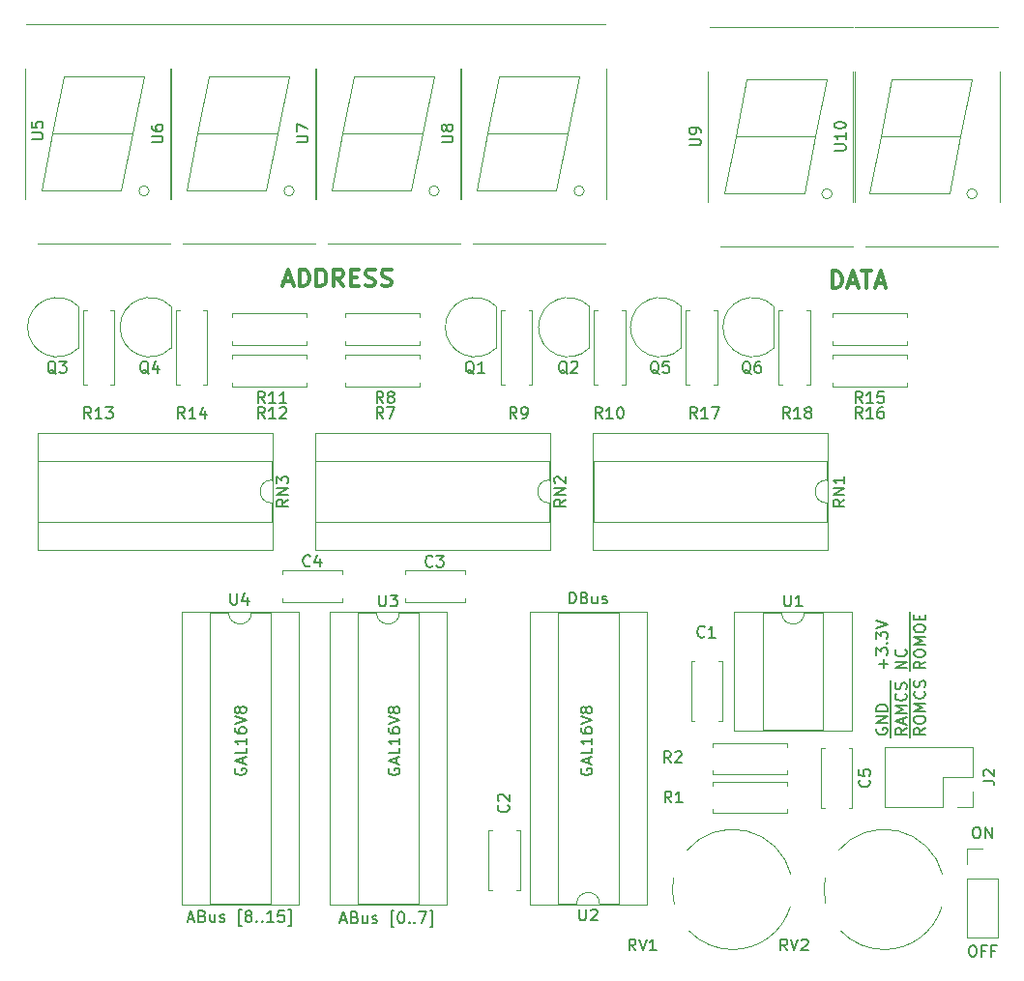
<source format=gto>
G04 #@! TF.GenerationSoftware,KiCad,Pcbnew,(5.1.9)-1*
G04 #@! TF.CreationDate,2022-12-05T11:19:59+00:00*
G04 #@! TF.ProjectId,AT_HEX,41545f48-4558-42e6-9b69-6361645f7063,rev?*
G04 #@! TF.SameCoordinates,Original*
G04 #@! TF.FileFunction,Legend,Top*
G04 #@! TF.FilePolarity,Positive*
%FSLAX46Y46*%
G04 Gerber Fmt 4.6, Leading zero omitted, Abs format (unit mm)*
G04 Created by KiCad (PCBNEW (5.1.9)-1) date 2022-12-05 11:19:59*
%MOMM*%
%LPD*%
G01*
G04 APERTURE LIST*
%ADD10C,0.150000*%
%ADD11C,0.300000*%
%ADD12C,0.120000*%
G04 APERTURE END LIST*
D10*
X218820952Y-108127380D02*
X219011428Y-108127380D01*
X219106666Y-108175000D01*
X219201904Y-108270238D01*
X219249523Y-108460714D01*
X219249523Y-108794047D01*
X219201904Y-108984523D01*
X219106666Y-109079761D01*
X219011428Y-109127380D01*
X218820952Y-109127380D01*
X218725714Y-109079761D01*
X218630476Y-108984523D01*
X218582857Y-108794047D01*
X218582857Y-108460714D01*
X218630476Y-108270238D01*
X218725714Y-108175000D01*
X218820952Y-108127380D01*
X219678095Y-109127380D02*
X219678095Y-108127380D01*
X220249523Y-109127380D01*
X220249523Y-108127380D01*
X218487619Y-118502380D02*
X218678095Y-118502380D01*
X218773333Y-118550000D01*
X218868571Y-118645238D01*
X218916190Y-118835714D01*
X218916190Y-119169047D01*
X218868571Y-119359523D01*
X218773333Y-119454761D01*
X218678095Y-119502380D01*
X218487619Y-119502380D01*
X218392380Y-119454761D01*
X218297142Y-119359523D01*
X218249523Y-119169047D01*
X218249523Y-118835714D01*
X218297142Y-118645238D01*
X218392380Y-118550000D01*
X218487619Y-118502380D01*
X219678095Y-118978571D02*
X219344761Y-118978571D01*
X219344761Y-119502380D02*
X219344761Y-118502380D01*
X219820952Y-118502380D01*
X220535238Y-118978571D02*
X220201904Y-118978571D01*
X220201904Y-119502380D02*
X220201904Y-118502380D01*
X220678095Y-118502380D01*
X210190000Y-99490595D02*
X210142380Y-99585833D01*
X210142380Y-99728690D01*
X210190000Y-99871547D01*
X210285238Y-99966785D01*
X210380476Y-100014404D01*
X210570952Y-100062023D01*
X210713809Y-100062023D01*
X210904285Y-100014404D01*
X210999523Y-99966785D01*
X211094761Y-99871547D01*
X211142380Y-99728690D01*
X211142380Y-99633452D01*
X211094761Y-99490595D01*
X211047142Y-99442976D01*
X210713809Y-99442976D01*
X210713809Y-99633452D01*
X211142380Y-99014404D02*
X210142380Y-99014404D01*
X211142380Y-98442976D01*
X210142380Y-98442976D01*
X211142380Y-97966785D02*
X210142380Y-97966785D01*
X210142380Y-97728690D01*
X210190000Y-97585833D01*
X210285238Y-97490595D01*
X210380476Y-97442976D01*
X210570952Y-97395357D01*
X210713809Y-97395357D01*
X210904285Y-97442976D01*
X210999523Y-97490595D01*
X211094761Y-97585833D01*
X211142380Y-97728690D01*
X211142380Y-97966785D01*
X211425000Y-100252500D02*
X211425000Y-99252500D01*
X212792380Y-99442976D02*
X212316190Y-99776309D01*
X212792380Y-100014404D02*
X211792380Y-100014404D01*
X211792380Y-99633452D01*
X211840000Y-99538214D01*
X211887619Y-99490595D01*
X211982857Y-99442976D01*
X212125714Y-99442976D01*
X212220952Y-99490595D01*
X212268571Y-99538214D01*
X212316190Y-99633452D01*
X212316190Y-100014404D01*
X211425000Y-99252500D02*
X211425000Y-98395357D01*
X212506666Y-99062023D02*
X212506666Y-98585833D01*
X212792380Y-99157261D02*
X211792380Y-98823928D01*
X212792380Y-98490595D01*
X211425000Y-98395357D02*
X211425000Y-97252500D01*
X212792380Y-98157261D02*
X211792380Y-98157261D01*
X212506666Y-97823928D01*
X211792380Y-97490595D01*
X212792380Y-97490595D01*
X211425000Y-97252500D02*
X211425000Y-96252500D01*
X212697142Y-96442976D02*
X212744761Y-96490595D01*
X212792380Y-96633452D01*
X212792380Y-96728690D01*
X212744761Y-96871547D01*
X212649523Y-96966785D01*
X212554285Y-97014404D01*
X212363809Y-97062023D01*
X212220952Y-97062023D01*
X212030476Y-97014404D01*
X211935238Y-96966785D01*
X211840000Y-96871547D01*
X211792380Y-96728690D01*
X211792380Y-96633452D01*
X211840000Y-96490595D01*
X211887619Y-96442976D01*
X211425000Y-96252500D02*
X211425000Y-95300119D01*
X212744761Y-96062023D02*
X212792380Y-95919166D01*
X212792380Y-95681071D01*
X212744761Y-95585833D01*
X212697142Y-95538214D01*
X212601904Y-95490595D01*
X212506666Y-95490595D01*
X212411428Y-95538214D01*
X212363809Y-95585833D01*
X212316190Y-95681071D01*
X212268571Y-95871547D01*
X212220952Y-95966785D01*
X212173333Y-96014404D01*
X212078095Y-96062023D01*
X211982857Y-96062023D01*
X211887619Y-96014404D01*
X211840000Y-95966785D01*
X211792380Y-95871547D01*
X211792380Y-95633452D01*
X211840000Y-95490595D01*
X213075000Y-100252500D02*
X213075000Y-99252500D01*
X214442380Y-99442976D02*
X213966190Y-99776309D01*
X214442380Y-100014404D02*
X213442380Y-100014404D01*
X213442380Y-99633452D01*
X213490000Y-99538214D01*
X213537619Y-99490595D01*
X213632857Y-99442976D01*
X213775714Y-99442976D01*
X213870952Y-99490595D01*
X213918571Y-99538214D01*
X213966190Y-99633452D01*
X213966190Y-100014404D01*
X213075000Y-99252500D02*
X213075000Y-98204880D01*
X213442380Y-98823928D02*
X213442380Y-98633452D01*
X213490000Y-98538214D01*
X213585238Y-98442976D01*
X213775714Y-98395357D01*
X214109047Y-98395357D01*
X214299523Y-98442976D01*
X214394761Y-98538214D01*
X214442380Y-98633452D01*
X214442380Y-98823928D01*
X214394761Y-98919166D01*
X214299523Y-99014404D01*
X214109047Y-99062023D01*
X213775714Y-99062023D01*
X213585238Y-99014404D01*
X213490000Y-98919166D01*
X213442380Y-98823928D01*
X213075000Y-98204880D02*
X213075000Y-97062023D01*
X214442380Y-97966785D02*
X213442380Y-97966785D01*
X214156666Y-97633452D01*
X213442380Y-97300119D01*
X214442380Y-97300119D01*
X213075000Y-97062023D02*
X213075000Y-96062023D01*
X214347142Y-96252500D02*
X214394761Y-96300119D01*
X214442380Y-96442976D01*
X214442380Y-96538214D01*
X214394761Y-96681071D01*
X214299523Y-96776309D01*
X214204285Y-96823928D01*
X214013809Y-96871547D01*
X213870952Y-96871547D01*
X213680476Y-96823928D01*
X213585238Y-96776309D01*
X213490000Y-96681071D01*
X213442380Y-96538214D01*
X213442380Y-96442976D01*
X213490000Y-96300119D01*
X213537619Y-96252500D01*
X213075000Y-96062023D02*
X213075000Y-95109642D01*
X214394761Y-95871547D02*
X214442380Y-95728690D01*
X214442380Y-95490595D01*
X214394761Y-95395357D01*
X214347142Y-95347738D01*
X214251904Y-95300119D01*
X214156666Y-95300119D01*
X214061428Y-95347738D01*
X214013809Y-95395357D01*
X213966190Y-95490595D01*
X213918571Y-95681071D01*
X213870952Y-95776309D01*
X213823333Y-95823928D01*
X213728095Y-95871547D01*
X213632857Y-95871547D01*
X213537619Y-95823928D01*
X213490000Y-95776309D01*
X213442380Y-95681071D01*
X213442380Y-95442976D01*
X213490000Y-95300119D01*
X163243571Y-116266666D02*
X163719761Y-116266666D01*
X163148333Y-116552380D02*
X163481666Y-115552380D01*
X163815000Y-116552380D01*
X164481666Y-116028571D02*
X164624523Y-116076190D01*
X164672142Y-116123809D01*
X164719761Y-116219047D01*
X164719761Y-116361904D01*
X164672142Y-116457142D01*
X164624523Y-116504761D01*
X164529285Y-116552380D01*
X164148333Y-116552380D01*
X164148333Y-115552380D01*
X164481666Y-115552380D01*
X164576904Y-115600000D01*
X164624523Y-115647619D01*
X164672142Y-115742857D01*
X164672142Y-115838095D01*
X164624523Y-115933333D01*
X164576904Y-115980952D01*
X164481666Y-116028571D01*
X164148333Y-116028571D01*
X165576904Y-115885714D02*
X165576904Y-116552380D01*
X165148333Y-115885714D02*
X165148333Y-116409523D01*
X165195952Y-116504761D01*
X165291190Y-116552380D01*
X165434047Y-116552380D01*
X165529285Y-116504761D01*
X165576904Y-116457142D01*
X166005476Y-116504761D02*
X166100714Y-116552380D01*
X166291190Y-116552380D01*
X166386428Y-116504761D01*
X166434047Y-116409523D01*
X166434047Y-116361904D01*
X166386428Y-116266666D01*
X166291190Y-116219047D01*
X166148333Y-116219047D01*
X166053095Y-116171428D01*
X166005476Y-116076190D01*
X166005476Y-116028571D01*
X166053095Y-115933333D01*
X166148333Y-115885714D01*
X166291190Y-115885714D01*
X166386428Y-115933333D01*
X167910238Y-116885714D02*
X167672142Y-116885714D01*
X167672142Y-115457142D01*
X167910238Y-115457142D01*
X168481666Y-115552380D02*
X168576904Y-115552380D01*
X168672142Y-115600000D01*
X168719761Y-115647619D01*
X168767380Y-115742857D01*
X168815000Y-115933333D01*
X168815000Y-116171428D01*
X168767380Y-116361904D01*
X168719761Y-116457142D01*
X168672142Y-116504761D01*
X168576904Y-116552380D01*
X168481666Y-116552380D01*
X168386428Y-116504761D01*
X168338809Y-116457142D01*
X168291190Y-116361904D01*
X168243571Y-116171428D01*
X168243571Y-115933333D01*
X168291190Y-115742857D01*
X168338809Y-115647619D01*
X168386428Y-115600000D01*
X168481666Y-115552380D01*
X169243571Y-116457142D02*
X169291190Y-116504761D01*
X169243571Y-116552380D01*
X169195952Y-116504761D01*
X169243571Y-116457142D01*
X169243571Y-116552380D01*
X169719761Y-116457142D02*
X169767380Y-116504761D01*
X169719761Y-116552380D01*
X169672142Y-116504761D01*
X169719761Y-116457142D01*
X169719761Y-116552380D01*
X170100714Y-115552380D02*
X170767380Y-115552380D01*
X170338809Y-116552380D01*
X171053095Y-116885714D02*
X171291190Y-116885714D01*
X171291190Y-115457142D01*
X171053095Y-115457142D01*
X149892380Y-116166666D02*
X150368571Y-116166666D01*
X149797142Y-116452380D02*
X150130476Y-115452380D01*
X150463809Y-116452380D01*
X151130476Y-115928571D02*
X151273333Y-115976190D01*
X151320952Y-116023809D01*
X151368571Y-116119047D01*
X151368571Y-116261904D01*
X151320952Y-116357142D01*
X151273333Y-116404761D01*
X151178095Y-116452380D01*
X150797142Y-116452380D01*
X150797142Y-115452380D01*
X151130476Y-115452380D01*
X151225714Y-115500000D01*
X151273333Y-115547619D01*
X151320952Y-115642857D01*
X151320952Y-115738095D01*
X151273333Y-115833333D01*
X151225714Y-115880952D01*
X151130476Y-115928571D01*
X150797142Y-115928571D01*
X152225714Y-115785714D02*
X152225714Y-116452380D01*
X151797142Y-115785714D02*
X151797142Y-116309523D01*
X151844761Y-116404761D01*
X151940000Y-116452380D01*
X152082857Y-116452380D01*
X152178095Y-116404761D01*
X152225714Y-116357142D01*
X152654285Y-116404761D02*
X152749523Y-116452380D01*
X152940000Y-116452380D01*
X153035238Y-116404761D01*
X153082857Y-116309523D01*
X153082857Y-116261904D01*
X153035238Y-116166666D01*
X152940000Y-116119047D01*
X152797142Y-116119047D01*
X152701904Y-116071428D01*
X152654285Y-115976190D01*
X152654285Y-115928571D01*
X152701904Y-115833333D01*
X152797142Y-115785714D01*
X152940000Y-115785714D01*
X153035238Y-115833333D01*
X154559047Y-116785714D02*
X154320952Y-116785714D01*
X154320952Y-115357142D01*
X154559047Y-115357142D01*
X155082857Y-115880952D02*
X154987619Y-115833333D01*
X154940000Y-115785714D01*
X154892380Y-115690476D01*
X154892380Y-115642857D01*
X154940000Y-115547619D01*
X154987619Y-115500000D01*
X155082857Y-115452380D01*
X155273333Y-115452380D01*
X155368571Y-115500000D01*
X155416190Y-115547619D01*
X155463809Y-115642857D01*
X155463809Y-115690476D01*
X155416190Y-115785714D01*
X155368571Y-115833333D01*
X155273333Y-115880952D01*
X155082857Y-115880952D01*
X154987619Y-115928571D01*
X154940000Y-115976190D01*
X154892380Y-116071428D01*
X154892380Y-116261904D01*
X154940000Y-116357142D01*
X154987619Y-116404761D01*
X155082857Y-116452380D01*
X155273333Y-116452380D01*
X155368571Y-116404761D01*
X155416190Y-116357142D01*
X155463809Y-116261904D01*
X155463809Y-116071428D01*
X155416190Y-115976190D01*
X155368571Y-115928571D01*
X155273333Y-115880952D01*
X155892380Y-116357142D02*
X155940000Y-116404761D01*
X155892380Y-116452380D01*
X155844761Y-116404761D01*
X155892380Y-116357142D01*
X155892380Y-116452380D01*
X156368571Y-116357142D02*
X156416190Y-116404761D01*
X156368571Y-116452380D01*
X156320952Y-116404761D01*
X156368571Y-116357142D01*
X156368571Y-116452380D01*
X157368571Y-116452380D02*
X156797142Y-116452380D01*
X157082857Y-116452380D02*
X157082857Y-115452380D01*
X156987619Y-115595238D01*
X156892380Y-115690476D01*
X156797142Y-115738095D01*
X158273333Y-115452380D02*
X157797142Y-115452380D01*
X157749523Y-115928571D01*
X157797142Y-115880952D01*
X157892380Y-115833333D01*
X158130476Y-115833333D01*
X158225714Y-115880952D01*
X158273333Y-115928571D01*
X158320952Y-116023809D01*
X158320952Y-116261904D01*
X158273333Y-116357142D01*
X158225714Y-116404761D01*
X158130476Y-116452380D01*
X157892380Y-116452380D01*
X157797142Y-116404761D01*
X157749523Y-116357142D01*
X158654285Y-116785714D02*
X158892380Y-116785714D01*
X158892380Y-115357142D01*
X158654285Y-115357142D01*
X183270952Y-88552380D02*
X183270952Y-87552380D01*
X183509047Y-87552380D01*
X183651904Y-87600000D01*
X183747142Y-87695238D01*
X183794761Y-87790476D01*
X183842380Y-87980952D01*
X183842380Y-88123809D01*
X183794761Y-88314285D01*
X183747142Y-88409523D01*
X183651904Y-88504761D01*
X183509047Y-88552380D01*
X183270952Y-88552380D01*
X184604285Y-88028571D02*
X184747142Y-88076190D01*
X184794761Y-88123809D01*
X184842380Y-88219047D01*
X184842380Y-88361904D01*
X184794761Y-88457142D01*
X184747142Y-88504761D01*
X184651904Y-88552380D01*
X184270952Y-88552380D01*
X184270952Y-87552380D01*
X184604285Y-87552380D01*
X184699523Y-87600000D01*
X184747142Y-87647619D01*
X184794761Y-87742857D01*
X184794761Y-87838095D01*
X184747142Y-87933333D01*
X184699523Y-87980952D01*
X184604285Y-88028571D01*
X184270952Y-88028571D01*
X185699523Y-87885714D02*
X185699523Y-88552380D01*
X185270952Y-87885714D02*
X185270952Y-88409523D01*
X185318571Y-88504761D01*
X185413809Y-88552380D01*
X185556666Y-88552380D01*
X185651904Y-88504761D01*
X185699523Y-88457142D01*
X186128095Y-88504761D02*
X186223333Y-88552380D01*
X186413809Y-88552380D01*
X186509047Y-88504761D01*
X186556666Y-88409523D01*
X186556666Y-88361904D01*
X186509047Y-88266666D01*
X186413809Y-88219047D01*
X186270952Y-88219047D01*
X186175714Y-88171428D01*
X186128095Y-88076190D01*
X186128095Y-88028571D01*
X186175714Y-87933333D01*
X186270952Y-87885714D01*
X186413809Y-87885714D01*
X186509047Y-87933333D01*
X184315000Y-103003571D02*
X184267380Y-103098809D01*
X184267380Y-103241666D01*
X184315000Y-103384523D01*
X184410238Y-103479761D01*
X184505476Y-103527380D01*
X184695952Y-103575000D01*
X184838809Y-103575000D01*
X185029285Y-103527380D01*
X185124523Y-103479761D01*
X185219761Y-103384523D01*
X185267380Y-103241666D01*
X185267380Y-103146428D01*
X185219761Y-103003571D01*
X185172142Y-102955952D01*
X184838809Y-102955952D01*
X184838809Y-103146428D01*
X184981666Y-102575000D02*
X184981666Y-102098809D01*
X185267380Y-102670238D02*
X184267380Y-102336904D01*
X185267380Y-102003571D01*
X185267380Y-101194047D02*
X185267380Y-101670238D01*
X184267380Y-101670238D01*
X185267380Y-100336904D02*
X185267380Y-100908333D01*
X185267380Y-100622619D02*
X184267380Y-100622619D01*
X184410238Y-100717857D01*
X184505476Y-100813095D01*
X184553095Y-100908333D01*
X184267380Y-99479761D02*
X184267380Y-99670238D01*
X184315000Y-99765476D01*
X184362619Y-99813095D01*
X184505476Y-99908333D01*
X184695952Y-99955952D01*
X185076904Y-99955952D01*
X185172142Y-99908333D01*
X185219761Y-99860714D01*
X185267380Y-99765476D01*
X185267380Y-99575000D01*
X185219761Y-99479761D01*
X185172142Y-99432142D01*
X185076904Y-99384523D01*
X184838809Y-99384523D01*
X184743571Y-99432142D01*
X184695952Y-99479761D01*
X184648333Y-99575000D01*
X184648333Y-99765476D01*
X184695952Y-99860714D01*
X184743571Y-99908333D01*
X184838809Y-99955952D01*
X184267380Y-99098809D02*
X185267380Y-98765476D01*
X184267380Y-98432142D01*
X184695952Y-97955952D02*
X184648333Y-98051190D01*
X184600714Y-98098809D01*
X184505476Y-98146428D01*
X184457857Y-98146428D01*
X184362619Y-98098809D01*
X184315000Y-98051190D01*
X184267380Y-97955952D01*
X184267380Y-97765476D01*
X184315000Y-97670238D01*
X184362619Y-97622619D01*
X184457857Y-97575000D01*
X184505476Y-97575000D01*
X184600714Y-97622619D01*
X184648333Y-97670238D01*
X184695952Y-97765476D01*
X184695952Y-97955952D01*
X184743571Y-98051190D01*
X184791190Y-98098809D01*
X184886428Y-98146428D01*
X185076904Y-98146428D01*
X185172142Y-98098809D01*
X185219761Y-98051190D01*
X185267380Y-97955952D01*
X185267380Y-97765476D01*
X185219761Y-97670238D01*
X185172142Y-97622619D01*
X185076904Y-97575000D01*
X184886428Y-97575000D01*
X184791190Y-97622619D01*
X184743571Y-97670238D01*
X184695952Y-97765476D01*
X167465000Y-103003571D02*
X167417380Y-103098809D01*
X167417380Y-103241666D01*
X167465000Y-103384523D01*
X167560238Y-103479761D01*
X167655476Y-103527380D01*
X167845952Y-103575000D01*
X167988809Y-103575000D01*
X168179285Y-103527380D01*
X168274523Y-103479761D01*
X168369761Y-103384523D01*
X168417380Y-103241666D01*
X168417380Y-103146428D01*
X168369761Y-103003571D01*
X168322142Y-102955952D01*
X167988809Y-102955952D01*
X167988809Y-103146428D01*
X168131666Y-102575000D02*
X168131666Y-102098809D01*
X168417380Y-102670238D02*
X167417380Y-102336904D01*
X168417380Y-102003571D01*
X168417380Y-101194047D02*
X168417380Y-101670238D01*
X167417380Y-101670238D01*
X168417380Y-100336904D02*
X168417380Y-100908333D01*
X168417380Y-100622619D02*
X167417380Y-100622619D01*
X167560238Y-100717857D01*
X167655476Y-100813095D01*
X167703095Y-100908333D01*
X167417380Y-99479761D02*
X167417380Y-99670238D01*
X167465000Y-99765476D01*
X167512619Y-99813095D01*
X167655476Y-99908333D01*
X167845952Y-99955952D01*
X168226904Y-99955952D01*
X168322142Y-99908333D01*
X168369761Y-99860714D01*
X168417380Y-99765476D01*
X168417380Y-99575000D01*
X168369761Y-99479761D01*
X168322142Y-99432142D01*
X168226904Y-99384523D01*
X167988809Y-99384523D01*
X167893571Y-99432142D01*
X167845952Y-99479761D01*
X167798333Y-99575000D01*
X167798333Y-99765476D01*
X167845952Y-99860714D01*
X167893571Y-99908333D01*
X167988809Y-99955952D01*
X167417380Y-99098809D02*
X168417380Y-98765476D01*
X167417380Y-98432142D01*
X167845952Y-97955952D02*
X167798333Y-98051190D01*
X167750714Y-98098809D01*
X167655476Y-98146428D01*
X167607857Y-98146428D01*
X167512619Y-98098809D01*
X167465000Y-98051190D01*
X167417380Y-97955952D01*
X167417380Y-97765476D01*
X167465000Y-97670238D01*
X167512619Y-97622619D01*
X167607857Y-97575000D01*
X167655476Y-97575000D01*
X167750714Y-97622619D01*
X167798333Y-97670238D01*
X167845952Y-97765476D01*
X167845952Y-97955952D01*
X167893571Y-98051190D01*
X167941190Y-98098809D01*
X168036428Y-98146428D01*
X168226904Y-98146428D01*
X168322142Y-98098809D01*
X168369761Y-98051190D01*
X168417380Y-97955952D01*
X168417380Y-97765476D01*
X168369761Y-97670238D01*
X168322142Y-97622619D01*
X168226904Y-97575000D01*
X168036428Y-97575000D01*
X167941190Y-97622619D01*
X167893571Y-97670238D01*
X167845952Y-97765476D01*
X210761428Y-94214404D02*
X210761428Y-93452500D01*
X211142380Y-93833452D02*
X210380476Y-93833452D01*
X210142380Y-93071547D02*
X210142380Y-92452500D01*
X210523333Y-92785833D01*
X210523333Y-92642976D01*
X210570952Y-92547738D01*
X210618571Y-92500119D01*
X210713809Y-92452500D01*
X210951904Y-92452500D01*
X211047142Y-92500119D01*
X211094761Y-92547738D01*
X211142380Y-92642976D01*
X211142380Y-92928690D01*
X211094761Y-93023928D01*
X211047142Y-93071547D01*
X211047142Y-92023928D02*
X211094761Y-91976309D01*
X211142380Y-92023928D01*
X211094761Y-92071547D01*
X211047142Y-92023928D01*
X211142380Y-92023928D01*
X210142380Y-91642976D02*
X210142380Y-91023928D01*
X210523333Y-91357261D01*
X210523333Y-91214404D01*
X210570952Y-91119166D01*
X210618571Y-91071547D01*
X210713809Y-91023928D01*
X210951904Y-91023928D01*
X211047142Y-91071547D01*
X211094761Y-91119166D01*
X211142380Y-91214404D01*
X211142380Y-91500119D01*
X211094761Y-91595357D01*
X211047142Y-91642976D01*
X210142380Y-90738214D02*
X211142380Y-90404880D01*
X210142380Y-90071547D01*
X212792380Y-94214404D02*
X211792380Y-94214404D01*
X212792380Y-93642976D01*
X211792380Y-93642976D01*
X212697142Y-92595357D02*
X212744761Y-92642976D01*
X212792380Y-92785833D01*
X212792380Y-92881071D01*
X212744761Y-93023928D01*
X212649523Y-93119166D01*
X212554285Y-93166785D01*
X212363809Y-93214404D01*
X212220952Y-93214404D01*
X212030476Y-93166785D01*
X211935238Y-93119166D01*
X211840000Y-93023928D01*
X211792380Y-92881071D01*
X211792380Y-92785833D01*
X211840000Y-92642976D01*
X211887619Y-92595357D01*
X213075000Y-94452500D02*
X213075000Y-93452500D01*
X214442380Y-93642976D02*
X213966190Y-93976309D01*
X214442380Y-94214404D02*
X213442380Y-94214404D01*
X213442380Y-93833452D01*
X213490000Y-93738214D01*
X213537619Y-93690595D01*
X213632857Y-93642976D01*
X213775714Y-93642976D01*
X213870952Y-93690595D01*
X213918571Y-93738214D01*
X213966190Y-93833452D01*
X213966190Y-94214404D01*
X213075000Y-93452500D02*
X213075000Y-92404880D01*
X213442380Y-93023928D02*
X213442380Y-92833452D01*
X213490000Y-92738214D01*
X213585238Y-92642976D01*
X213775714Y-92595357D01*
X214109047Y-92595357D01*
X214299523Y-92642976D01*
X214394761Y-92738214D01*
X214442380Y-92833452D01*
X214442380Y-93023928D01*
X214394761Y-93119166D01*
X214299523Y-93214404D01*
X214109047Y-93262023D01*
X213775714Y-93262023D01*
X213585238Y-93214404D01*
X213490000Y-93119166D01*
X213442380Y-93023928D01*
X213075000Y-92404880D02*
X213075000Y-91262023D01*
X214442380Y-92166785D02*
X213442380Y-92166785D01*
X214156666Y-91833452D01*
X213442380Y-91500119D01*
X214442380Y-91500119D01*
X213075000Y-91262023D02*
X213075000Y-90214404D01*
X213442380Y-90833452D02*
X213442380Y-90642976D01*
X213490000Y-90547738D01*
X213585238Y-90452500D01*
X213775714Y-90404880D01*
X214109047Y-90404880D01*
X214299523Y-90452500D01*
X214394761Y-90547738D01*
X214442380Y-90642976D01*
X214442380Y-90833452D01*
X214394761Y-90928690D01*
X214299523Y-91023928D01*
X214109047Y-91071547D01*
X213775714Y-91071547D01*
X213585238Y-91023928D01*
X213490000Y-90928690D01*
X213442380Y-90833452D01*
X213075000Y-90214404D02*
X213075000Y-89309642D01*
X213918571Y-89976309D02*
X213918571Y-89642976D01*
X214442380Y-89500119D02*
X214442380Y-89976309D01*
X213442380Y-89976309D01*
X213442380Y-89500119D01*
X154015000Y-103003571D02*
X153967380Y-103098809D01*
X153967380Y-103241666D01*
X154015000Y-103384523D01*
X154110238Y-103479761D01*
X154205476Y-103527380D01*
X154395952Y-103575000D01*
X154538809Y-103575000D01*
X154729285Y-103527380D01*
X154824523Y-103479761D01*
X154919761Y-103384523D01*
X154967380Y-103241666D01*
X154967380Y-103146428D01*
X154919761Y-103003571D01*
X154872142Y-102955952D01*
X154538809Y-102955952D01*
X154538809Y-103146428D01*
X154681666Y-102575000D02*
X154681666Y-102098809D01*
X154967380Y-102670238D02*
X153967380Y-102336904D01*
X154967380Y-102003571D01*
X154967380Y-101194047D02*
X154967380Y-101670238D01*
X153967380Y-101670238D01*
X154967380Y-100336904D02*
X154967380Y-100908333D01*
X154967380Y-100622619D02*
X153967380Y-100622619D01*
X154110238Y-100717857D01*
X154205476Y-100813095D01*
X154253095Y-100908333D01*
X153967380Y-99479761D02*
X153967380Y-99670238D01*
X154015000Y-99765476D01*
X154062619Y-99813095D01*
X154205476Y-99908333D01*
X154395952Y-99955952D01*
X154776904Y-99955952D01*
X154872142Y-99908333D01*
X154919761Y-99860714D01*
X154967380Y-99765476D01*
X154967380Y-99575000D01*
X154919761Y-99479761D01*
X154872142Y-99432142D01*
X154776904Y-99384523D01*
X154538809Y-99384523D01*
X154443571Y-99432142D01*
X154395952Y-99479761D01*
X154348333Y-99575000D01*
X154348333Y-99765476D01*
X154395952Y-99860714D01*
X154443571Y-99908333D01*
X154538809Y-99955952D01*
X153967380Y-99098809D02*
X154967380Y-98765476D01*
X153967380Y-98432142D01*
X154395952Y-97955952D02*
X154348333Y-98051190D01*
X154300714Y-98098809D01*
X154205476Y-98146428D01*
X154157857Y-98146428D01*
X154062619Y-98098809D01*
X154015000Y-98051190D01*
X153967380Y-97955952D01*
X153967380Y-97765476D01*
X154015000Y-97670238D01*
X154062619Y-97622619D01*
X154157857Y-97575000D01*
X154205476Y-97575000D01*
X154300714Y-97622619D01*
X154348333Y-97670238D01*
X154395952Y-97765476D01*
X154395952Y-97955952D01*
X154443571Y-98051190D01*
X154491190Y-98098809D01*
X154586428Y-98146428D01*
X154776904Y-98146428D01*
X154872142Y-98098809D01*
X154919761Y-98051190D01*
X154967380Y-97955952D01*
X154967380Y-97765476D01*
X154919761Y-97670238D01*
X154872142Y-97622619D01*
X154776904Y-97575000D01*
X154586428Y-97575000D01*
X154491190Y-97622619D01*
X154443571Y-97670238D01*
X154395952Y-97765476D01*
D11*
X206290000Y-60928571D02*
X206290000Y-59428571D01*
X206647142Y-59428571D01*
X206861428Y-59500000D01*
X207004285Y-59642857D01*
X207075714Y-59785714D01*
X207147142Y-60071428D01*
X207147142Y-60285714D01*
X207075714Y-60571428D01*
X207004285Y-60714285D01*
X206861428Y-60857142D01*
X206647142Y-60928571D01*
X206290000Y-60928571D01*
X207718571Y-60500000D02*
X208432857Y-60500000D01*
X207575714Y-60928571D02*
X208075714Y-59428571D01*
X208575714Y-60928571D01*
X208861428Y-59428571D02*
X209718571Y-59428571D01*
X209290000Y-60928571D02*
X209290000Y-59428571D01*
X210147142Y-60500000D02*
X210861428Y-60500000D01*
X210004285Y-60928571D02*
X210504285Y-59428571D01*
X211004285Y-60928571D01*
X158261714Y-60342000D02*
X158976000Y-60342000D01*
X158118857Y-60770571D02*
X158618857Y-59270571D01*
X159118857Y-60770571D01*
X159618857Y-60770571D02*
X159618857Y-59270571D01*
X159976000Y-59270571D01*
X160190285Y-59342000D01*
X160333142Y-59484857D01*
X160404571Y-59627714D01*
X160476000Y-59913428D01*
X160476000Y-60127714D01*
X160404571Y-60413428D01*
X160333142Y-60556285D01*
X160190285Y-60699142D01*
X159976000Y-60770571D01*
X159618857Y-60770571D01*
X161118857Y-60770571D02*
X161118857Y-59270571D01*
X161476000Y-59270571D01*
X161690285Y-59342000D01*
X161833142Y-59484857D01*
X161904571Y-59627714D01*
X161976000Y-59913428D01*
X161976000Y-60127714D01*
X161904571Y-60413428D01*
X161833142Y-60556285D01*
X161690285Y-60699142D01*
X161476000Y-60770571D01*
X161118857Y-60770571D01*
X163476000Y-60770571D02*
X162976000Y-60056285D01*
X162618857Y-60770571D02*
X162618857Y-59270571D01*
X163190285Y-59270571D01*
X163333142Y-59342000D01*
X163404571Y-59413428D01*
X163476000Y-59556285D01*
X163476000Y-59770571D01*
X163404571Y-59913428D01*
X163333142Y-59984857D01*
X163190285Y-60056285D01*
X162618857Y-60056285D01*
X164118857Y-59984857D02*
X164618857Y-59984857D01*
X164833142Y-60770571D02*
X164118857Y-60770571D01*
X164118857Y-59270571D01*
X164833142Y-59270571D01*
X165404571Y-60699142D02*
X165618857Y-60770571D01*
X165976000Y-60770571D01*
X166118857Y-60699142D01*
X166190285Y-60627714D01*
X166261714Y-60484857D01*
X166261714Y-60342000D01*
X166190285Y-60199142D01*
X166118857Y-60127714D01*
X165976000Y-60056285D01*
X165690285Y-59984857D01*
X165547428Y-59913428D01*
X165476000Y-59842000D01*
X165404571Y-59699142D01*
X165404571Y-59556285D01*
X165476000Y-59413428D01*
X165547428Y-59342000D01*
X165690285Y-59270571D01*
X166047428Y-59270571D01*
X166261714Y-59342000D01*
X166833142Y-60699142D02*
X167047428Y-60770571D01*
X167404571Y-60770571D01*
X167547428Y-60699142D01*
X167618857Y-60627714D01*
X167690285Y-60484857D01*
X167690285Y-60342000D01*
X167618857Y-60199142D01*
X167547428Y-60127714D01*
X167404571Y-60056285D01*
X167118857Y-59984857D01*
X166976000Y-59913428D01*
X166904571Y-59842000D01*
X166833142Y-59699142D01*
X166833142Y-59556285D01*
X166904571Y-59413428D01*
X166976000Y-59342000D01*
X167118857Y-59270571D01*
X167476000Y-59270571D01*
X167690285Y-59342000D01*
D12*
X168895000Y-85995000D02*
X168895000Y-85680000D01*
X168895000Y-88420000D02*
X168895000Y-88105000D01*
X174135000Y-85995000D02*
X174135000Y-85680000D01*
X174135000Y-88420000D02*
X174135000Y-88105000D01*
X174135000Y-85680000D02*
X168895000Y-85680000D01*
X174135000Y-88420000D02*
X168895000Y-88420000D01*
X158122000Y-85680000D02*
X163362000Y-85680000D01*
X158122000Y-88420000D02*
X163362000Y-88420000D01*
X158122000Y-85680000D02*
X158122000Y-85995000D01*
X158122000Y-88105000D02*
X158122000Y-88420000D01*
X163362000Y-85680000D02*
X163362000Y-85995000D01*
X163362000Y-88105000D02*
X163362000Y-88420000D01*
X178620000Y-108405000D02*
X178935000Y-108405000D01*
X176195000Y-108405000D02*
X176510000Y-108405000D01*
X178620000Y-113645000D02*
X178935000Y-113645000D01*
X176195000Y-113645000D02*
X176510000Y-113645000D01*
X178935000Y-113645000D02*
X178935000Y-108405000D01*
X176195000Y-113645000D02*
X176195000Y-108405000D01*
X218965214Y-52662000D02*
G75*
G03*
X218965214Y-52662000I-447214J0D01*
G01*
X211518000Y-42662000D02*
X218518000Y-42662000D01*
X217518000Y-47662000D02*
X210518000Y-47662000D01*
X218518000Y-42662000D02*
X217518000Y-47662000D01*
X216518000Y-52662000D02*
X217518000Y-47662000D01*
X209518000Y-52662000D02*
X216518000Y-52662000D01*
X210518000Y-47662000D02*
X209518000Y-52662000D01*
X211518000Y-42662000D02*
X210518000Y-47662000D01*
X220818000Y-38027000D02*
X208218000Y-38027000D01*
X209218000Y-57297000D02*
X220818000Y-57297000D01*
X220928000Y-53377000D02*
X220928000Y-41947000D01*
X208108000Y-53377000D02*
X208108000Y-41947000D01*
X193920000Y-98870000D02*
X193920000Y-93630000D01*
X196660000Y-98870000D02*
X196660000Y-93630000D01*
X193920000Y-98870000D02*
X194235000Y-98870000D01*
X196345000Y-98870000D02*
X196660000Y-98870000D01*
X193920000Y-93630000D02*
X194235000Y-93630000D01*
X196345000Y-93630000D02*
X196660000Y-93630000D01*
X176856000Y-66150000D02*
X176856000Y-62550000D01*
X176844478Y-62511522D02*
G75*
G03*
X172406000Y-64350000I-1838478J-1838478D01*
G01*
X176844478Y-66188478D02*
G75*
G02*
X172406000Y-64350000I-1838478J1838478D01*
G01*
X185016000Y-66150000D02*
X185016000Y-62550000D01*
X185004478Y-66188478D02*
G75*
G02*
X180566000Y-64350000I-1838478J1838478D01*
G01*
X185004478Y-62511522D02*
G75*
G03*
X180566000Y-64350000I-1838478J-1838478D01*
G01*
X202370000Y-106895000D02*
X202370000Y-106565000D01*
X195830000Y-106895000D02*
X202370000Y-106895000D01*
X195830000Y-106565000D02*
X195830000Y-106895000D01*
X202370000Y-104155000D02*
X202370000Y-104485000D01*
X195830000Y-104155000D02*
X202370000Y-104155000D01*
X195830000Y-104485000D02*
X195830000Y-104155000D01*
X195830000Y-101110000D02*
X195830000Y-100780000D01*
X195830000Y-100780000D02*
X202370000Y-100780000D01*
X202370000Y-100780000D02*
X202370000Y-101110000D01*
X195830000Y-103190000D02*
X195830000Y-103520000D01*
X195830000Y-103520000D02*
X202370000Y-103520000D01*
X202370000Y-103520000D02*
X202370000Y-103190000D01*
X187846000Y-62830000D02*
X188176000Y-62830000D01*
X188176000Y-62830000D02*
X188176000Y-69370000D01*
X188176000Y-69370000D02*
X187846000Y-69370000D01*
X185766000Y-62830000D02*
X185436000Y-62830000D01*
X185436000Y-62830000D02*
X185436000Y-69370000D01*
X185436000Y-69370000D02*
X185766000Y-69370000D01*
X153702000Y-63150000D02*
X153702000Y-63480000D01*
X160242000Y-63150000D02*
X153702000Y-63150000D01*
X160242000Y-63480000D02*
X160242000Y-63150000D01*
X153702000Y-65890000D02*
X153702000Y-65560000D01*
X160242000Y-65890000D02*
X153702000Y-65890000D01*
X160242000Y-65560000D02*
X160242000Y-65890000D01*
X185912000Y-114868000D02*
X187562000Y-114868000D01*
X187562000Y-114868000D02*
X187562000Y-89348000D01*
X187562000Y-89348000D02*
X182262000Y-89348000D01*
X182262000Y-89348000D02*
X182262000Y-114868000D01*
X182262000Y-114868000D02*
X183912000Y-114868000D01*
X190052000Y-114928000D02*
X190052000Y-89288000D01*
X190052000Y-89288000D02*
X179772000Y-89288000D01*
X179772000Y-89288000D02*
X179772000Y-114928000D01*
X179772000Y-114928000D02*
X190052000Y-114928000D01*
X183912000Y-114868000D02*
G75*
G02*
X185912000Y-114868000I1000000J0D01*
G01*
X201850000Y-89348000D02*
X200200000Y-89348000D01*
X200200000Y-89348000D02*
X200200000Y-99628000D01*
X200200000Y-99628000D02*
X205500000Y-99628000D01*
X205500000Y-99628000D02*
X205500000Y-89348000D01*
X205500000Y-89348000D02*
X203850000Y-89348000D01*
X197710000Y-89288000D02*
X197710000Y-99688000D01*
X197710000Y-99688000D02*
X207990000Y-99688000D01*
X207990000Y-99688000D02*
X207990000Y-89288000D01*
X207990000Y-89288000D02*
X197710000Y-89288000D01*
X203850000Y-89348000D02*
G75*
G02*
X201850000Y-89348000I-1000000J0D01*
G01*
X140274000Y-66150000D02*
X140274000Y-62550000D01*
X140262478Y-62511522D02*
G75*
G03*
X135824000Y-64350000I-1838478J-1838478D01*
G01*
X140262478Y-66188478D02*
G75*
G02*
X135824000Y-64350000I-1838478J1838478D01*
G01*
X148379333Y-66150000D02*
X148379333Y-62550000D01*
X148367811Y-66188478D02*
G75*
G02*
X143929333Y-64350000I-1838478J1838478D01*
G01*
X148367811Y-62511522D02*
G75*
G03*
X143929333Y-64350000I-1838478J-1838478D01*
G01*
X193060666Y-66150000D02*
X193060666Y-62550000D01*
X193049144Y-66188478D02*
G75*
G02*
X188610666Y-64350000I-1838478J1838478D01*
G01*
X193049144Y-62511522D02*
G75*
G03*
X188610666Y-64350000I-1838478J-1838478D01*
G01*
X201166000Y-66150000D02*
X201166000Y-62550000D01*
X201154478Y-62511522D02*
G75*
G03*
X196716000Y-64350000I-1838478J-1838478D01*
G01*
X201154478Y-66188478D02*
G75*
G02*
X196716000Y-64350000I-1838478J1838478D01*
G01*
X153702000Y-66790000D02*
X153702000Y-67120000D01*
X160242000Y-66790000D02*
X153702000Y-66790000D01*
X160242000Y-67120000D02*
X160242000Y-66790000D01*
X153702000Y-69530000D02*
X153702000Y-69200000D01*
X160242000Y-69530000D02*
X153702000Y-69530000D01*
X160242000Y-69200000D02*
X160242000Y-69530000D01*
X140694000Y-69370000D02*
X141024000Y-69370000D01*
X140694000Y-62830000D02*
X140694000Y-69370000D01*
X141024000Y-62830000D02*
X140694000Y-62830000D01*
X143434000Y-69370000D02*
X143104000Y-69370000D01*
X143434000Y-62830000D02*
X143434000Y-69370000D01*
X143104000Y-62830000D02*
X143434000Y-62830000D01*
X151209333Y-62830000D02*
X151539333Y-62830000D01*
X151539333Y-62830000D02*
X151539333Y-69370000D01*
X151539333Y-69370000D02*
X151209333Y-69370000D01*
X149129333Y-62830000D02*
X148799333Y-62830000D01*
X148799333Y-62830000D02*
X148799333Y-69370000D01*
X148799333Y-69370000D02*
X149129333Y-69370000D01*
X206280000Y-63480000D02*
X206280000Y-63150000D01*
X206280000Y-63150000D02*
X212820000Y-63150000D01*
X212820000Y-63150000D02*
X212820000Y-63480000D01*
X206280000Y-65560000D02*
X206280000Y-65890000D01*
X206280000Y-65890000D02*
X212820000Y-65890000D01*
X212820000Y-65890000D02*
X212820000Y-65560000D01*
X205800000Y-77740000D02*
X205800000Y-76090000D01*
X205800000Y-76090000D02*
X185360000Y-76090000D01*
X185360000Y-76090000D02*
X185360000Y-81390000D01*
X185360000Y-81390000D02*
X205800000Y-81390000D01*
X205800000Y-81390000D02*
X205800000Y-79740000D01*
X205860000Y-73600000D02*
X185300000Y-73600000D01*
X185300000Y-73600000D02*
X185300000Y-83880000D01*
X185300000Y-83880000D02*
X205860000Y-83880000D01*
X205860000Y-83880000D02*
X205860000Y-73600000D01*
X205800000Y-79740000D02*
G75*
G02*
X205800000Y-77740000I0J1000000D01*
G01*
X181557000Y-83880000D02*
X181557000Y-73600000D01*
X160997000Y-83880000D02*
X181557000Y-83880000D01*
X160997000Y-73600000D02*
X160997000Y-83880000D01*
X181557000Y-73600000D02*
X160997000Y-73600000D01*
X181497000Y-81390000D02*
X181497000Y-79740000D01*
X161057000Y-81390000D02*
X181497000Y-81390000D01*
X161057000Y-76090000D02*
X161057000Y-81390000D01*
X181497000Y-76090000D02*
X161057000Y-76090000D01*
X181497000Y-77740000D02*
X181497000Y-76090000D01*
X181497000Y-79740000D02*
G75*
G02*
X181497000Y-77740000I0J1000000D01*
G01*
X170148000Y-69530000D02*
X170148000Y-69200000D01*
X163608000Y-69530000D02*
X170148000Y-69530000D01*
X163608000Y-69200000D02*
X163608000Y-69530000D01*
X170148000Y-66790000D02*
X170148000Y-67120000D01*
X163608000Y-66790000D02*
X170148000Y-66790000D01*
X163608000Y-67120000D02*
X163608000Y-66790000D01*
X170148000Y-65890000D02*
X170148000Y-65560000D01*
X163608000Y-65890000D02*
X170148000Y-65890000D01*
X163608000Y-65560000D02*
X163608000Y-65890000D01*
X170148000Y-63150000D02*
X170148000Y-63480000D01*
X163608000Y-63150000D02*
X170148000Y-63150000D01*
X163608000Y-63480000D02*
X163608000Y-63150000D01*
X177276000Y-69370000D02*
X177606000Y-69370000D01*
X177276000Y-62830000D02*
X177276000Y-69370000D01*
X177606000Y-62830000D02*
X177276000Y-62830000D01*
X180016000Y-69370000D02*
X179686000Y-69370000D01*
X180016000Y-62830000D02*
X180016000Y-69370000D01*
X179686000Y-62830000D02*
X180016000Y-62830000D01*
X206280000Y-67120000D02*
X206280000Y-66790000D01*
X206280000Y-66790000D02*
X212820000Y-66790000D01*
X212820000Y-66790000D02*
X212820000Y-67120000D01*
X206280000Y-69200000D02*
X206280000Y-69530000D01*
X206280000Y-69530000D02*
X212820000Y-69530000D01*
X212820000Y-69530000D02*
X212820000Y-69200000D01*
X195890666Y-62830000D02*
X196220666Y-62830000D01*
X196220666Y-62830000D02*
X196220666Y-69370000D01*
X196220666Y-69370000D02*
X195890666Y-69370000D01*
X193810666Y-62830000D02*
X193480666Y-62830000D01*
X193480666Y-62830000D02*
X193480666Y-69370000D01*
X193480666Y-69370000D02*
X193810666Y-69370000D01*
X203996000Y-62830000D02*
X204326000Y-62830000D01*
X204326000Y-62830000D02*
X204326000Y-69370000D01*
X204326000Y-69370000D02*
X203996000Y-69370000D01*
X201916000Y-62830000D02*
X201586000Y-62830000D01*
X201586000Y-62830000D02*
X201586000Y-69370000D01*
X201586000Y-69370000D02*
X201916000Y-69370000D01*
X157194000Y-77740000D02*
X157194000Y-76090000D01*
X157194000Y-76090000D02*
X136754000Y-76090000D01*
X136754000Y-76090000D02*
X136754000Y-81390000D01*
X136754000Y-81390000D02*
X157194000Y-81390000D01*
X157194000Y-81390000D02*
X157194000Y-79740000D01*
X157254000Y-73600000D02*
X136694000Y-73600000D01*
X136694000Y-73600000D02*
X136694000Y-83880000D01*
X136694000Y-83880000D02*
X157254000Y-83880000D01*
X157254000Y-83880000D02*
X157254000Y-73600000D01*
X157194000Y-79740000D02*
G75*
G02*
X157194000Y-77740000I0J1000000D01*
G01*
X166386000Y-89348000D02*
X164736000Y-89348000D01*
X164736000Y-89348000D02*
X164736000Y-114868000D01*
X164736000Y-114868000D02*
X170036000Y-114868000D01*
X170036000Y-114868000D02*
X170036000Y-89348000D01*
X170036000Y-89348000D02*
X168386000Y-89348000D01*
X162246000Y-89288000D02*
X162246000Y-114928000D01*
X162246000Y-114928000D02*
X172526000Y-114928000D01*
X172526000Y-114928000D02*
X172526000Y-89288000D01*
X172526000Y-89288000D02*
X162246000Y-89288000D01*
X168386000Y-89348000D02*
G75*
G02*
X166386000Y-89348000I-1000000J0D01*
G01*
X159572000Y-89288000D02*
X149292000Y-89288000D01*
X159572000Y-114928000D02*
X159572000Y-89288000D01*
X149292000Y-114928000D02*
X159572000Y-114928000D01*
X149292000Y-89288000D02*
X149292000Y-114928000D01*
X157082000Y-89348000D02*
X155432000Y-89348000D01*
X157082000Y-114868000D02*
X157082000Y-89348000D01*
X151782000Y-114868000D02*
X157082000Y-114868000D01*
X151782000Y-89348000D02*
X151782000Y-114868000D01*
X153432000Y-89348000D02*
X151782000Y-89348000D01*
X155432000Y-89348000D02*
G75*
G02*
X153432000Y-89348000I-1000000J0D01*
G01*
X135610000Y-53123000D02*
X135610000Y-41693000D01*
X148430000Y-53123000D02*
X148430000Y-41693000D01*
X136720000Y-57043000D02*
X148320000Y-57043000D01*
X148320000Y-37773000D02*
X135720000Y-37773000D01*
X139020000Y-42408000D02*
X138020000Y-47408000D01*
X138020000Y-47408000D02*
X137020000Y-52408000D01*
X137020000Y-52408000D02*
X144020000Y-52408000D01*
X144020000Y-52408000D02*
X145020000Y-47408000D01*
X146020000Y-42408000D02*
X145020000Y-47408000D01*
X145020000Y-47408000D02*
X138020000Y-47408000D01*
X139020000Y-42408000D02*
X146020000Y-42408000D01*
X146467214Y-52408000D02*
G75*
G03*
X146467214Y-52408000I-447214J0D01*
G01*
X159167214Y-52408000D02*
G75*
G03*
X159167214Y-52408000I-447214J0D01*
G01*
X151720000Y-42408000D02*
X158720000Y-42408000D01*
X157720000Y-47408000D02*
X150720000Y-47408000D01*
X158720000Y-42408000D02*
X157720000Y-47408000D01*
X156720000Y-52408000D02*
X157720000Y-47408000D01*
X149720000Y-52408000D02*
X156720000Y-52408000D01*
X150720000Y-47408000D02*
X149720000Y-52408000D01*
X151720000Y-42408000D02*
X150720000Y-47408000D01*
X161020000Y-37773000D02*
X148420000Y-37773000D01*
X149420000Y-57043000D02*
X161020000Y-57043000D01*
X161130000Y-53123000D02*
X161130000Y-41693000D01*
X148310000Y-53123000D02*
X148310000Y-41693000D01*
X161010000Y-53123000D02*
X161010000Y-41693000D01*
X173830000Y-53123000D02*
X173830000Y-41693000D01*
X162120000Y-57043000D02*
X173720000Y-57043000D01*
X173720000Y-37773000D02*
X161120000Y-37773000D01*
X164420000Y-42408000D02*
X163420000Y-47408000D01*
X163420000Y-47408000D02*
X162420000Y-52408000D01*
X162420000Y-52408000D02*
X169420000Y-52408000D01*
X169420000Y-52408000D02*
X170420000Y-47408000D01*
X171420000Y-42408000D02*
X170420000Y-47408000D01*
X170420000Y-47408000D02*
X163420000Y-47408000D01*
X164420000Y-42408000D02*
X171420000Y-42408000D01*
X171867214Y-52408000D02*
G75*
G03*
X171867214Y-52408000I-447214J0D01*
G01*
X184567214Y-52408000D02*
G75*
G03*
X184567214Y-52408000I-447214J0D01*
G01*
X177120000Y-42408000D02*
X184120000Y-42408000D01*
X183120000Y-47408000D02*
X176120000Y-47408000D01*
X184120000Y-42408000D02*
X183120000Y-47408000D01*
X182120000Y-52408000D02*
X183120000Y-47408000D01*
X175120000Y-52408000D02*
X182120000Y-52408000D01*
X176120000Y-47408000D02*
X175120000Y-52408000D01*
X177120000Y-42408000D02*
X176120000Y-47408000D01*
X186420000Y-37773000D02*
X173820000Y-37773000D01*
X174820000Y-57043000D02*
X186420000Y-57043000D01*
X186530000Y-53123000D02*
X186530000Y-41693000D01*
X173710000Y-53123000D02*
X173710000Y-41693000D01*
X195408000Y-53377000D02*
X195408000Y-41947000D01*
X208228000Y-53377000D02*
X208228000Y-41947000D01*
X196518000Y-57297000D02*
X208118000Y-57297000D01*
X208118000Y-38027000D02*
X195518000Y-38027000D01*
X198818000Y-42662000D02*
X197818000Y-47662000D01*
X197818000Y-47662000D02*
X196818000Y-52662000D01*
X196818000Y-52662000D02*
X203818000Y-52662000D01*
X203818000Y-52662000D02*
X204818000Y-47662000D01*
X205818000Y-42662000D02*
X204818000Y-47662000D01*
X204818000Y-47662000D02*
X197818000Y-47662000D01*
X198818000Y-42662000D02*
X205818000Y-42662000D01*
X206265214Y-52662000D02*
G75*
G03*
X206265214Y-52662000I-447214J0D01*
G01*
X205605000Y-106470000D02*
X205290000Y-106470000D01*
X208030000Y-106470000D02*
X207715000Y-106470000D01*
X205605000Y-101230000D02*
X205290000Y-101230000D01*
X208030000Y-101230000D02*
X207715000Y-101230000D01*
X205290000Y-101230000D02*
X205290000Y-106470000D01*
X208030000Y-101230000D02*
X208030000Y-106470000D01*
X197657030Y-118869357D02*
G75*
G02*
X193774000Y-117261000I-92030J5269357D01*
G01*
X192450609Y-114874881D02*
G75*
G02*
X192391000Y-112594000I5114391J1274881D01*
G01*
X193528379Y-110211525D02*
G75*
G02*
X202679000Y-112326000I4036621J-3388475D01*
G01*
X202604726Y-115140799D02*
G75*
G02*
X197565000Y-118870000I-5039726J1540799D01*
G01*
X215879726Y-115140799D02*
G75*
G02*
X210840000Y-118870000I-5039726J1540799D01*
G01*
X206803379Y-110211525D02*
G75*
G02*
X215954000Y-112326000I4036621J-3388475D01*
G01*
X205725609Y-114874881D02*
G75*
G02*
X205666000Y-112594000I5114391J1274881D01*
G01*
X210932030Y-118869357D02*
G75*
G02*
X207049000Y-117261000I-92030J5269357D01*
G01*
X218595000Y-105025000D02*
X218595000Y-106355000D01*
X218595000Y-106355000D02*
X217265000Y-106355000D01*
X218595000Y-103755000D02*
X215995000Y-103755000D01*
X215995000Y-103755000D02*
X215995000Y-106355000D01*
X215995000Y-106355000D02*
X210855000Y-106355000D01*
X210855000Y-101155000D02*
X210855000Y-106355000D01*
X218595000Y-101155000D02*
X210855000Y-101155000D01*
X218595000Y-101155000D02*
X218595000Y-103755000D01*
X218110000Y-117785000D02*
X220770000Y-117785000D01*
X218110000Y-112645000D02*
X218110000Y-117785000D01*
X220770000Y-112645000D02*
X220770000Y-117785000D01*
X218110000Y-112645000D02*
X220770000Y-112645000D01*
X218110000Y-111375000D02*
X218110000Y-110045000D01*
X218110000Y-110045000D02*
X219440000Y-110045000D01*
D10*
X171298333Y-85257142D02*
X171250714Y-85304761D01*
X171107857Y-85352380D01*
X171012619Y-85352380D01*
X170869761Y-85304761D01*
X170774523Y-85209523D01*
X170726904Y-85114285D01*
X170679285Y-84923809D01*
X170679285Y-84780952D01*
X170726904Y-84590476D01*
X170774523Y-84495238D01*
X170869761Y-84400000D01*
X171012619Y-84352380D01*
X171107857Y-84352380D01*
X171250714Y-84400000D01*
X171298333Y-84447619D01*
X171631666Y-84352380D02*
X172250714Y-84352380D01*
X171917380Y-84733333D01*
X172060238Y-84733333D01*
X172155476Y-84780952D01*
X172203095Y-84828571D01*
X172250714Y-84923809D01*
X172250714Y-85161904D01*
X172203095Y-85257142D01*
X172155476Y-85304761D01*
X172060238Y-85352380D01*
X171774523Y-85352380D01*
X171679285Y-85304761D01*
X171631666Y-85257142D01*
X160573333Y-85232142D02*
X160525714Y-85279761D01*
X160382857Y-85327380D01*
X160287619Y-85327380D01*
X160144761Y-85279761D01*
X160049523Y-85184523D01*
X160001904Y-85089285D01*
X159954285Y-84898809D01*
X159954285Y-84755952D01*
X160001904Y-84565476D01*
X160049523Y-84470238D01*
X160144761Y-84375000D01*
X160287619Y-84327380D01*
X160382857Y-84327380D01*
X160525714Y-84375000D01*
X160573333Y-84422619D01*
X161430476Y-84660714D02*
X161430476Y-85327380D01*
X161192380Y-84279761D02*
X160954285Y-84994047D01*
X161573333Y-84994047D01*
X177897142Y-106229666D02*
X177944761Y-106277285D01*
X177992380Y-106420142D01*
X177992380Y-106515380D01*
X177944761Y-106658238D01*
X177849523Y-106753476D01*
X177754285Y-106801095D01*
X177563809Y-106848714D01*
X177420952Y-106848714D01*
X177230476Y-106801095D01*
X177135238Y-106753476D01*
X177040000Y-106658238D01*
X176992380Y-106515380D01*
X176992380Y-106420142D01*
X177040000Y-106277285D01*
X177087619Y-106229666D01*
X177087619Y-105848714D02*
X177040000Y-105801095D01*
X176992380Y-105705857D01*
X176992380Y-105467761D01*
X177040000Y-105372523D01*
X177087619Y-105324904D01*
X177182857Y-105277285D01*
X177278095Y-105277285D01*
X177420952Y-105324904D01*
X177992380Y-105896333D01*
X177992380Y-105277285D01*
X206470380Y-48900095D02*
X207279904Y-48900095D01*
X207375142Y-48852476D01*
X207422761Y-48804857D01*
X207470380Y-48709619D01*
X207470380Y-48519142D01*
X207422761Y-48423904D01*
X207375142Y-48376285D01*
X207279904Y-48328666D01*
X206470380Y-48328666D01*
X207470380Y-47328666D02*
X207470380Y-47900095D01*
X207470380Y-47614380D02*
X206470380Y-47614380D01*
X206613238Y-47709619D01*
X206708476Y-47804857D01*
X206756095Y-47900095D01*
X206470380Y-46709619D02*
X206470380Y-46614380D01*
X206518000Y-46519142D01*
X206565619Y-46471523D01*
X206660857Y-46423904D01*
X206851333Y-46376285D01*
X207089428Y-46376285D01*
X207279904Y-46423904D01*
X207375142Y-46471523D01*
X207422761Y-46519142D01*
X207470380Y-46614380D01*
X207470380Y-46709619D01*
X207422761Y-46804857D01*
X207375142Y-46852476D01*
X207279904Y-46900095D01*
X207089428Y-46947714D01*
X206851333Y-46947714D01*
X206660857Y-46900095D01*
X206565619Y-46852476D01*
X206518000Y-46804857D01*
X206470380Y-46709619D01*
X195098333Y-91432142D02*
X195050714Y-91479761D01*
X194907857Y-91527380D01*
X194812619Y-91527380D01*
X194669761Y-91479761D01*
X194574523Y-91384523D01*
X194526904Y-91289285D01*
X194479285Y-91098809D01*
X194479285Y-90955952D01*
X194526904Y-90765476D01*
X194574523Y-90670238D01*
X194669761Y-90575000D01*
X194812619Y-90527380D01*
X194907857Y-90527380D01*
X195050714Y-90575000D01*
X195098333Y-90622619D01*
X196050714Y-91527380D02*
X195479285Y-91527380D01*
X195765000Y-91527380D02*
X195765000Y-90527380D01*
X195669761Y-90670238D01*
X195574523Y-90765476D01*
X195479285Y-90813095D01*
X174930761Y-68437619D02*
X174835523Y-68390000D01*
X174740285Y-68294761D01*
X174597428Y-68151904D01*
X174502190Y-68104285D01*
X174406952Y-68104285D01*
X174454571Y-68342380D02*
X174359333Y-68294761D01*
X174264095Y-68199523D01*
X174216476Y-68009047D01*
X174216476Y-67675714D01*
X174264095Y-67485238D01*
X174359333Y-67390000D01*
X174454571Y-67342380D01*
X174645047Y-67342380D01*
X174740285Y-67390000D01*
X174835523Y-67485238D01*
X174883142Y-67675714D01*
X174883142Y-68009047D01*
X174835523Y-68199523D01*
X174740285Y-68294761D01*
X174645047Y-68342380D01*
X174454571Y-68342380D01*
X175835523Y-68342380D02*
X175264095Y-68342380D01*
X175549809Y-68342380D02*
X175549809Y-67342380D01*
X175454571Y-67485238D01*
X175359333Y-67580476D01*
X175264095Y-67628095D01*
X183090761Y-68437619D02*
X182995523Y-68390000D01*
X182900285Y-68294761D01*
X182757428Y-68151904D01*
X182662190Y-68104285D01*
X182566952Y-68104285D01*
X182614571Y-68342380D02*
X182519333Y-68294761D01*
X182424095Y-68199523D01*
X182376476Y-68009047D01*
X182376476Y-67675714D01*
X182424095Y-67485238D01*
X182519333Y-67390000D01*
X182614571Y-67342380D01*
X182805047Y-67342380D01*
X182900285Y-67390000D01*
X182995523Y-67485238D01*
X183043142Y-67675714D01*
X183043142Y-68009047D01*
X182995523Y-68199523D01*
X182900285Y-68294761D01*
X182805047Y-68342380D01*
X182614571Y-68342380D01*
X183424095Y-67437619D02*
X183471714Y-67390000D01*
X183566952Y-67342380D01*
X183805047Y-67342380D01*
X183900285Y-67390000D01*
X183947904Y-67437619D01*
X183995523Y-67532857D01*
X183995523Y-67628095D01*
X183947904Y-67770952D01*
X183376476Y-68342380D01*
X183995523Y-68342380D01*
X192198333Y-106002380D02*
X191865000Y-105526190D01*
X191626904Y-106002380D02*
X191626904Y-105002380D01*
X192007857Y-105002380D01*
X192103095Y-105050000D01*
X192150714Y-105097619D01*
X192198333Y-105192857D01*
X192198333Y-105335714D01*
X192150714Y-105430952D01*
X192103095Y-105478571D01*
X192007857Y-105526190D01*
X191626904Y-105526190D01*
X193150714Y-106002380D02*
X192579285Y-106002380D01*
X192865000Y-106002380D02*
X192865000Y-105002380D01*
X192769761Y-105145238D01*
X192674523Y-105240476D01*
X192579285Y-105288095D01*
X192148333Y-102502380D02*
X191815000Y-102026190D01*
X191576904Y-102502380D02*
X191576904Y-101502380D01*
X191957857Y-101502380D01*
X192053095Y-101550000D01*
X192100714Y-101597619D01*
X192148333Y-101692857D01*
X192148333Y-101835714D01*
X192100714Y-101930952D01*
X192053095Y-101978571D01*
X191957857Y-102026190D01*
X191576904Y-102026190D01*
X192529285Y-101597619D02*
X192576904Y-101550000D01*
X192672142Y-101502380D01*
X192910238Y-101502380D01*
X193005476Y-101550000D01*
X193053095Y-101597619D01*
X193100714Y-101692857D01*
X193100714Y-101788095D01*
X193053095Y-101930952D01*
X192481666Y-102502380D01*
X193100714Y-102502380D01*
X186123142Y-72352380D02*
X185789809Y-71876190D01*
X185551714Y-72352380D02*
X185551714Y-71352380D01*
X185932666Y-71352380D01*
X186027904Y-71400000D01*
X186075523Y-71447619D01*
X186123142Y-71542857D01*
X186123142Y-71685714D01*
X186075523Y-71780952D01*
X186027904Y-71828571D01*
X185932666Y-71876190D01*
X185551714Y-71876190D01*
X187075523Y-72352380D02*
X186504095Y-72352380D01*
X186789809Y-72352380D02*
X186789809Y-71352380D01*
X186694571Y-71495238D01*
X186599333Y-71590476D01*
X186504095Y-71638095D01*
X187694571Y-71352380D02*
X187789809Y-71352380D01*
X187885047Y-71400000D01*
X187932666Y-71447619D01*
X187980285Y-71542857D01*
X188027904Y-71733333D01*
X188027904Y-71971428D01*
X187980285Y-72161904D01*
X187932666Y-72257142D01*
X187885047Y-72304761D01*
X187789809Y-72352380D01*
X187694571Y-72352380D01*
X187599333Y-72304761D01*
X187551714Y-72257142D01*
X187504095Y-72161904D01*
X187456476Y-71971428D01*
X187456476Y-71733333D01*
X187504095Y-71542857D01*
X187551714Y-71447619D01*
X187599333Y-71400000D01*
X187694571Y-71352380D01*
X156583142Y-70998380D02*
X156249809Y-70522190D01*
X156011714Y-70998380D02*
X156011714Y-69998380D01*
X156392666Y-69998380D01*
X156487904Y-70046000D01*
X156535523Y-70093619D01*
X156583142Y-70188857D01*
X156583142Y-70331714D01*
X156535523Y-70426952D01*
X156487904Y-70474571D01*
X156392666Y-70522190D01*
X156011714Y-70522190D01*
X157535523Y-70998380D02*
X156964095Y-70998380D01*
X157249809Y-70998380D02*
X157249809Y-69998380D01*
X157154571Y-70141238D01*
X157059333Y-70236476D01*
X156964095Y-70284095D01*
X158487904Y-70998380D02*
X157916476Y-70998380D01*
X158202190Y-70998380D02*
X158202190Y-69998380D01*
X158106952Y-70141238D01*
X158011714Y-70236476D01*
X157916476Y-70284095D01*
X184150095Y-115320380D02*
X184150095Y-116129904D01*
X184197714Y-116225142D01*
X184245333Y-116272761D01*
X184340571Y-116320380D01*
X184531047Y-116320380D01*
X184626285Y-116272761D01*
X184673904Y-116225142D01*
X184721523Y-116129904D01*
X184721523Y-115320380D01*
X185150095Y-115415619D02*
X185197714Y-115368000D01*
X185292952Y-115320380D01*
X185531047Y-115320380D01*
X185626285Y-115368000D01*
X185673904Y-115415619D01*
X185721523Y-115510857D01*
X185721523Y-115606095D01*
X185673904Y-115748952D01*
X185102476Y-116320380D01*
X185721523Y-116320380D01*
X202088095Y-87800380D02*
X202088095Y-88609904D01*
X202135714Y-88705142D01*
X202183333Y-88752761D01*
X202278571Y-88800380D01*
X202469047Y-88800380D01*
X202564285Y-88752761D01*
X202611904Y-88705142D01*
X202659523Y-88609904D01*
X202659523Y-87800380D01*
X203659523Y-88800380D02*
X203088095Y-88800380D01*
X203373809Y-88800380D02*
X203373809Y-87800380D01*
X203278571Y-87943238D01*
X203183333Y-88038476D01*
X203088095Y-88086095D01*
X138328761Y-68437619D02*
X138233523Y-68390000D01*
X138138285Y-68294761D01*
X137995428Y-68151904D01*
X137900190Y-68104285D01*
X137804952Y-68104285D01*
X137852571Y-68342380D02*
X137757333Y-68294761D01*
X137662095Y-68199523D01*
X137614476Y-68009047D01*
X137614476Y-67675714D01*
X137662095Y-67485238D01*
X137757333Y-67390000D01*
X137852571Y-67342380D01*
X138043047Y-67342380D01*
X138138285Y-67390000D01*
X138233523Y-67485238D01*
X138281142Y-67675714D01*
X138281142Y-68009047D01*
X138233523Y-68199523D01*
X138138285Y-68294761D01*
X138043047Y-68342380D01*
X137852571Y-68342380D01*
X138614476Y-67342380D02*
X139233523Y-67342380D01*
X138900190Y-67723333D01*
X139043047Y-67723333D01*
X139138285Y-67770952D01*
X139185904Y-67818571D01*
X139233523Y-67913809D01*
X139233523Y-68151904D01*
X139185904Y-68247142D01*
X139138285Y-68294761D01*
X139043047Y-68342380D01*
X138757333Y-68342380D01*
X138662095Y-68294761D01*
X138614476Y-68247142D01*
X146434094Y-68437619D02*
X146338856Y-68390000D01*
X146243618Y-68294761D01*
X146100761Y-68151904D01*
X146005523Y-68104285D01*
X145910285Y-68104285D01*
X145957904Y-68342380D02*
X145862666Y-68294761D01*
X145767428Y-68199523D01*
X145719809Y-68009047D01*
X145719809Y-67675714D01*
X145767428Y-67485238D01*
X145862666Y-67390000D01*
X145957904Y-67342380D01*
X146148380Y-67342380D01*
X146243618Y-67390000D01*
X146338856Y-67485238D01*
X146386475Y-67675714D01*
X146386475Y-68009047D01*
X146338856Y-68199523D01*
X146243618Y-68294761D01*
X146148380Y-68342380D01*
X145957904Y-68342380D01*
X147243618Y-67675714D02*
X147243618Y-68342380D01*
X147005523Y-67294761D02*
X146767428Y-68009047D01*
X147386475Y-68009047D01*
X191115427Y-68437619D02*
X191020189Y-68390000D01*
X190924951Y-68294761D01*
X190782094Y-68151904D01*
X190686856Y-68104285D01*
X190591618Y-68104285D01*
X190639237Y-68342380D02*
X190543999Y-68294761D01*
X190448761Y-68199523D01*
X190401142Y-68009047D01*
X190401142Y-67675714D01*
X190448761Y-67485238D01*
X190543999Y-67390000D01*
X190639237Y-67342380D01*
X190829713Y-67342380D01*
X190924951Y-67390000D01*
X191020189Y-67485238D01*
X191067808Y-67675714D01*
X191067808Y-68009047D01*
X191020189Y-68199523D01*
X190924951Y-68294761D01*
X190829713Y-68342380D01*
X190639237Y-68342380D01*
X191972570Y-67342380D02*
X191496380Y-67342380D01*
X191448761Y-67818571D01*
X191496380Y-67770952D01*
X191591618Y-67723333D01*
X191829713Y-67723333D01*
X191924951Y-67770952D01*
X191972570Y-67818571D01*
X192020189Y-67913809D01*
X192020189Y-68151904D01*
X191972570Y-68247142D01*
X191924951Y-68294761D01*
X191829713Y-68342380D01*
X191591618Y-68342380D01*
X191496380Y-68294761D01*
X191448761Y-68247142D01*
X199160761Y-68437619D02*
X199065523Y-68390000D01*
X198970285Y-68294761D01*
X198827428Y-68151904D01*
X198732190Y-68104285D01*
X198636952Y-68104285D01*
X198684571Y-68342380D02*
X198589333Y-68294761D01*
X198494095Y-68199523D01*
X198446476Y-68009047D01*
X198446476Y-67675714D01*
X198494095Y-67485238D01*
X198589333Y-67390000D01*
X198684571Y-67342380D01*
X198875047Y-67342380D01*
X198970285Y-67390000D01*
X199065523Y-67485238D01*
X199113142Y-67675714D01*
X199113142Y-68009047D01*
X199065523Y-68199523D01*
X198970285Y-68294761D01*
X198875047Y-68342380D01*
X198684571Y-68342380D01*
X199970285Y-67342380D02*
X199779809Y-67342380D01*
X199684571Y-67390000D01*
X199636952Y-67437619D01*
X199541714Y-67580476D01*
X199494095Y-67770952D01*
X199494095Y-68151904D01*
X199541714Y-68247142D01*
X199589333Y-68294761D01*
X199684571Y-68342380D01*
X199875047Y-68342380D01*
X199970285Y-68294761D01*
X200017904Y-68247142D01*
X200065523Y-68151904D01*
X200065523Y-67913809D01*
X200017904Y-67818571D01*
X199970285Y-67770952D01*
X199875047Y-67723333D01*
X199684571Y-67723333D01*
X199589333Y-67770952D01*
X199541714Y-67818571D01*
X199494095Y-67913809D01*
X156583142Y-72352380D02*
X156249809Y-71876190D01*
X156011714Y-72352380D02*
X156011714Y-71352380D01*
X156392666Y-71352380D01*
X156487904Y-71400000D01*
X156535523Y-71447619D01*
X156583142Y-71542857D01*
X156583142Y-71685714D01*
X156535523Y-71780952D01*
X156487904Y-71828571D01*
X156392666Y-71876190D01*
X156011714Y-71876190D01*
X157535523Y-72352380D02*
X156964095Y-72352380D01*
X157249809Y-72352380D02*
X157249809Y-71352380D01*
X157154571Y-71495238D01*
X157059333Y-71590476D01*
X156964095Y-71638095D01*
X157916476Y-71447619D02*
X157964095Y-71400000D01*
X158059333Y-71352380D01*
X158297428Y-71352380D01*
X158392666Y-71400000D01*
X158440285Y-71447619D01*
X158487904Y-71542857D01*
X158487904Y-71638095D01*
X158440285Y-71780952D01*
X157868857Y-72352380D01*
X158487904Y-72352380D01*
X141387809Y-72352380D02*
X141054476Y-71876190D01*
X140816381Y-72352380D02*
X140816381Y-71352380D01*
X141197333Y-71352380D01*
X141292571Y-71400000D01*
X141340190Y-71447619D01*
X141387809Y-71542857D01*
X141387809Y-71685714D01*
X141340190Y-71780952D01*
X141292571Y-71828571D01*
X141197333Y-71876190D01*
X140816381Y-71876190D01*
X142340190Y-72352380D02*
X141768762Y-72352380D01*
X142054476Y-72352380D02*
X142054476Y-71352380D01*
X141959238Y-71495238D01*
X141864000Y-71590476D01*
X141768762Y-71638095D01*
X142673524Y-71352380D02*
X143292571Y-71352380D01*
X142959238Y-71733333D01*
X143102095Y-71733333D01*
X143197333Y-71780952D01*
X143244952Y-71828571D01*
X143292571Y-71923809D01*
X143292571Y-72161904D01*
X143244952Y-72257142D01*
X143197333Y-72304761D01*
X143102095Y-72352380D01*
X142816381Y-72352380D01*
X142721143Y-72304761D01*
X142673524Y-72257142D01*
X149589809Y-72352380D02*
X149256476Y-71876190D01*
X149018381Y-72352380D02*
X149018381Y-71352380D01*
X149399333Y-71352380D01*
X149494571Y-71400000D01*
X149542190Y-71447619D01*
X149589809Y-71542857D01*
X149589809Y-71685714D01*
X149542190Y-71780952D01*
X149494571Y-71828571D01*
X149399333Y-71876190D01*
X149018381Y-71876190D01*
X150542190Y-72352380D02*
X149970762Y-72352380D01*
X150256476Y-72352380D02*
X150256476Y-71352380D01*
X150161238Y-71495238D01*
X150066000Y-71590476D01*
X149970762Y-71638095D01*
X151399333Y-71685714D02*
X151399333Y-72352380D01*
X151161238Y-71304761D02*
X150923143Y-72019047D01*
X151542190Y-72019047D01*
X208907142Y-70998380D02*
X208573809Y-70522190D01*
X208335714Y-70998380D02*
X208335714Y-69998380D01*
X208716666Y-69998380D01*
X208811904Y-70046000D01*
X208859523Y-70093619D01*
X208907142Y-70188857D01*
X208907142Y-70331714D01*
X208859523Y-70426952D01*
X208811904Y-70474571D01*
X208716666Y-70522190D01*
X208335714Y-70522190D01*
X209859523Y-70998380D02*
X209288095Y-70998380D01*
X209573809Y-70998380D02*
X209573809Y-69998380D01*
X209478571Y-70141238D01*
X209383333Y-70236476D01*
X209288095Y-70284095D01*
X210764285Y-69998380D02*
X210288095Y-69998380D01*
X210240476Y-70474571D01*
X210288095Y-70426952D01*
X210383333Y-70379333D01*
X210621428Y-70379333D01*
X210716666Y-70426952D01*
X210764285Y-70474571D01*
X210811904Y-70569809D01*
X210811904Y-70807904D01*
X210764285Y-70903142D01*
X210716666Y-70950761D01*
X210621428Y-70998380D01*
X210383333Y-70998380D01*
X210288095Y-70950761D01*
X210240476Y-70903142D01*
X207367380Y-79440476D02*
X206891190Y-79773809D01*
X207367380Y-80011904D02*
X206367380Y-80011904D01*
X206367380Y-79630952D01*
X206415000Y-79535714D01*
X206462619Y-79488095D01*
X206557857Y-79440476D01*
X206700714Y-79440476D01*
X206795952Y-79488095D01*
X206843571Y-79535714D01*
X206891190Y-79630952D01*
X206891190Y-80011904D01*
X207367380Y-79011904D02*
X206367380Y-79011904D01*
X207367380Y-78440476D01*
X206367380Y-78440476D01*
X207367380Y-77440476D02*
X207367380Y-78011904D01*
X207367380Y-77726190D02*
X206367380Y-77726190D01*
X206510238Y-77821428D01*
X206605476Y-77916666D01*
X206653095Y-78011904D01*
X182949380Y-79440476D02*
X182473190Y-79773809D01*
X182949380Y-80011904D02*
X181949380Y-80011904D01*
X181949380Y-79630952D01*
X181997000Y-79535714D01*
X182044619Y-79488095D01*
X182139857Y-79440476D01*
X182282714Y-79440476D01*
X182377952Y-79488095D01*
X182425571Y-79535714D01*
X182473190Y-79630952D01*
X182473190Y-80011904D01*
X182949380Y-79011904D02*
X181949380Y-79011904D01*
X182949380Y-78440476D01*
X181949380Y-78440476D01*
X182044619Y-78011904D02*
X181997000Y-77964285D01*
X181949380Y-77869047D01*
X181949380Y-77630952D01*
X181997000Y-77535714D01*
X182044619Y-77488095D01*
X182139857Y-77440476D01*
X182235095Y-77440476D01*
X182377952Y-77488095D01*
X182949380Y-78059523D01*
X182949380Y-77440476D01*
X166965333Y-72352380D02*
X166632000Y-71876190D01*
X166393904Y-72352380D02*
X166393904Y-71352380D01*
X166774857Y-71352380D01*
X166870095Y-71400000D01*
X166917714Y-71447619D01*
X166965333Y-71542857D01*
X166965333Y-71685714D01*
X166917714Y-71780952D01*
X166870095Y-71828571D01*
X166774857Y-71876190D01*
X166393904Y-71876190D01*
X167298666Y-71352380D02*
X167965333Y-71352380D01*
X167536761Y-72352380D01*
X166965333Y-70998380D02*
X166632000Y-70522190D01*
X166393904Y-70998380D02*
X166393904Y-69998380D01*
X166774857Y-69998380D01*
X166870095Y-70046000D01*
X166917714Y-70093619D01*
X166965333Y-70188857D01*
X166965333Y-70331714D01*
X166917714Y-70426952D01*
X166870095Y-70474571D01*
X166774857Y-70522190D01*
X166393904Y-70522190D01*
X167536761Y-70426952D02*
X167441523Y-70379333D01*
X167393904Y-70331714D01*
X167346285Y-70236476D01*
X167346285Y-70188857D01*
X167393904Y-70093619D01*
X167441523Y-70046000D01*
X167536761Y-69998380D01*
X167727238Y-69998380D01*
X167822476Y-70046000D01*
X167870095Y-70093619D01*
X167917714Y-70188857D01*
X167917714Y-70236476D01*
X167870095Y-70331714D01*
X167822476Y-70379333D01*
X167727238Y-70426952D01*
X167536761Y-70426952D01*
X167441523Y-70474571D01*
X167393904Y-70522190D01*
X167346285Y-70617428D01*
X167346285Y-70807904D01*
X167393904Y-70903142D01*
X167441523Y-70950761D01*
X167536761Y-70998380D01*
X167727238Y-70998380D01*
X167822476Y-70950761D01*
X167870095Y-70903142D01*
X167917714Y-70807904D01*
X167917714Y-70617428D01*
X167870095Y-70522190D01*
X167822476Y-70474571D01*
X167727238Y-70426952D01*
X178649333Y-72352380D02*
X178316000Y-71876190D01*
X178077904Y-72352380D02*
X178077904Y-71352380D01*
X178458857Y-71352380D01*
X178554095Y-71400000D01*
X178601714Y-71447619D01*
X178649333Y-71542857D01*
X178649333Y-71685714D01*
X178601714Y-71780952D01*
X178554095Y-71828571D01*
X178458857Y-71876190D01*
X178077904Y-71876190D01*
X179125523Y-72352380D02*
X179316000Y-72352380D01*
X179411238Y-72304761D01*
X179458857Y-72257142D01*
X179554095Y-72114285D01*
X179601714Y-71923809D01*
X179601714Y-71542857D01*
X179554095Y-71447619D01*
X179506476Y-71400000D01*
X179411238Y-71352380D01*
X179220761Y-71352380D01*
X179125523Y-71400000D01*
X179077904Y-71447619D01*
X179030285Y-71542857D01*
X179030285Y-71780952D01*
X179077904Y-71876190D01*
X179125523Y-71923809D01*
X179220761Y-71971428D01*
X179411238Y-71971428D01*
X179506476Y-71923809D01*
X179554095Y-71876190D01*
X179601714Y-71780952D01*
X208907142Y-72352380D02*
X208573809Y-71876190D01*
X208335714Y-72352380D02*
X208335714Y-71352380D01*
X208716666Y-71352380D01*
X208811904Y-71400000D01*
X208859523Y-71447619D01*
X208907142Y-71542857D01*
X208907142Y-71685714D01*
X208859523Y-71780952D01*
X208811904Y-71828571D01*
X208716666Y-71876190D01*
X208335714Y-71876190D01*
X209859523Y-72352380D02*
X209288095Y-72352380D01*
X209573809Y-72352380D02*
X209573809Y-71352380D01*
X209478571Y-71495238D01*
X209383333Y-71590476D01*
X209288095Y-71638095D01*
X210716666Y-71352380D02*
X210526190Y-71352380D01*
X210430952Y-71400000D01*
X210383333Y-71447619D01*
X210288095Y-71590476D01*
X210240476Y-71780952D01*
X210240476Y-72161904D01*
X210288095Y-72257142D01*
X210335714Y-72304761D01*
X210430952Y-72352380D01*
X210621428Y-72352380D01*
X210716666Y-72304761D01*
X210764285Y-72257142D01*
X210811904Y-72161904D01*
X210811904Y-71923809D01*
X210764285Y-71828571D01*
X210716666Y-71780952D01*
X210621428Y-71733333D01*
X210430952Y-71733333D01*
X210335714Y-71780952D01*
X210288095Y-71828571D01*
X210240476Y-71923809D01*
X194429142Y-72352380D02*
X194095809Y-71876190D01*
X193857714Y-72352380D02*
X193857714Y-71352380D01*
X194238666Y-71352380D01*
X194333904Y-71400000D01*
X194381523Y-71447619D01*
X194429142Y-71542857D01*
X194429142Y-71685714D01*
X194381523Y-71780952D01*
X194333904Y-71828571D01*
X194238666Y-71876190D01*
X193857714Y-71876190D01*
X195381523Y-72352380D02*
X194810095Y-72352380D01*
X195095809Y-72352380D02*
X195095809Y-71352380D01*
X195000571Y-71495238D01*
X194905333Y-71590476D01*
X194810095Y-71638095D01*
X195714857Y-71352380D02*
X196381523Y-71352380D01*
X195952952Y-72352380D01*
X202557142Y-72352380D02*
X202223809Y-71876190D01*
X201985714Y-72352380D02*
X201985714Y-71352380D01*
X202366666Y-71352380D01*
X202461904Y-71400000D01*
X202509523Y-71447619D01*
X202557142Y-71542857D01*
X202557142Y-71685714D01*
X202509523Y-71780952D01*
X202461904Y-71828571D01*
X202366666Y-71876190D01*
X201985714Y-71876190D01*
X203509523Y-72352380D02*
X202938095Y-72352380D01*
X203223809Y-72352380D02*
X203223809Y-71352380D01*
X203128571Y-71495238D01*
X203033333Y-71590476D01*
X202938095Y-71638095D01*
X204080952Y-71780952D02*
X203985714Y-71733333D01*
X203938095Y-71685714D01*
X203890476Y-71590476D01*
X203890476Y-71542857D01*
X203938095Y-71447619D01*
X203985714Y-71400000D01*
X204080952Y-71352380D01*
X204271428Y-71352380D01*
X204366666Y-71400000D01*
X204414285Y-71447619D01*
X204461904Y-71542857D01*
X204461904Y-71590476D01*
X204414285Y-71685714D01*
X204366666Y-71733333D01*
X204271428Y-71780952D01*
X204080952Y-71780952D01*
X203985714Y-71828571D01*
X203938095Y-71876190D01*
X203890476Y-71971428D01*
X203890476Y-72161904D01*
X203938095Y-72257142D01*
X203985714Y-72304761D01*
X204080952Y-72352380D01*
X204271428Y-72352380D01*
X204366666Y-72304761D01*
X204414285Y-72257142D01*
X204461904Y-72161904D01*
X204461904Y-71971428D01*
X204414285Y-71876190D01*
X204366666Y-71828571D01*
X204271428Y-71780952D01*
X158646380Y-79440476D02*
X158170190Y-79773809D01*
X158646380Y-80011904D02*
X157646380Y-80011904D01*
X157646380Y-79630952D01*
X157694000Y-79535714D01*
X157741619Y-79488095D01*
X157836857Y-79440476D01*
X157979714Y-79440476D01*
X158074952Y-79488095D01*
X158122571Y-79535714D01*
X158170190Y-79630952D01*
X158170190Y-80011904D01*
X158646380Y-79011904D02*
X157646380Y-79011904D01*
X158646380Y-78440476D01*
X157646380Y-78440476D01*
X157646380Y-78059523D02*
X157646380Y-77440476D01*
X158027333Y-77773809D01*
X158027333Y-77630952D01*
X158074952Y-77535714D01*
X158122571Y-77488095D01*
X158217809Y-77440476D01*
X158455904Y-77440476D01*
X158551142Y-77488095D01*
X158598761Y-77535714D01*
X158646380Y-77630952D01*
X158646380Y-77916666D01*
X158598761Y-78011904D01*
X158551142Y-78059523D01*
X166624095Y-87800380D02*
X166624095Y-88609904D01*
X166671714Y-88705142D01*
X166719333Y-88752761D01*
X166814571Y-88800380D01*
X167005047Y-88800380D01*
X167100285Y-88752761D01*
X167147904Y-88705142D01*
X167195523Y-88609904D01*
X167195523Y-87800380D01*
X167576476Y-87800380D02*
X168195523Y-87800380D01*
X167862190Y-88181333D01*
X168005047Y-88181333D01*
X168100285Y-88228952D01*
X168147904Y-88276571D01*
X168195523Y-88371809D01*
X168195523Y-88609904D01*
X168147904Y-88705142D01*
X168100285Y-88752761D01*
X168005047Y-88800380D01*
X167719333Y-88800380D01*
X167624095Y-88752761D01*
X167576476Y-88705142D01*
X153603095Y-87652380D02*
X153603095Y-88461904D01*
X153650714Y-88557142D01*
X153698333Y-88604761D01*
X153793571Y-88652380D01*
X153984047Y-88652380D01*
X154079285Y-88604761D01*
X154126904Y-88557142D01*
X154174523Y-88461904D01*
X154174523Y-87652380D01*
X155079285Y-87985714D02*
X155079285Y-88652380D01*
X154841190Y-87604761D02*
X154603095Y-88319047D01*
X155222142Y-88319047D01*
X136167380Y-47886904D02*
X136976904Y-47886904D01*
X137072142Y-47839285D01*
X137119761Y-47791666D01*
X137167380Y-47696428D01*
X137167380Y-47505952D01*
X137119761Y-47410714D01*
X137072142Y-47363095D01*
X136976904Y-47315476D01*
X136167380Y-47315476D01*
X136167380Y-46363095D02*
X136167380Y-46839285D01*
X136643571Y-46886904D01*
X136595952Y-46839285D01*
X136548333Y-46744047D01*
X136548333Y-46505952D01*
X136595952Y-46410714D01*
X136643571Y-46363095D01*
X136738809Y-46315476D01*
X136976904Y-46315476D01*
X137072142Y-46363095D01*
X137119761Y-46410714D01*
X137167380Y-46505952D01*
X137167380Y-46744047D01*
X137119761Y-46839285D01*
X137072142Y-46886904D01*
X146672380Y-48169904D02*
X147481904Y-48169904D01*
X147577142Y-48122285D01*
X147624761Y-48074666D01*
X147672380Y-47979428D01*
X147672380Y-47788952D01*
X147624761Y-47693714D01*
X147577142Y-47646095D01*
X147481904Y-47598476D01*
X146672380Y-47598476D01*
X146672380Y-46693714D02*
X146672380Y-46884190D01*
X146720000Y-46979428D01*
X146767619Y-47027047D01*
X146910476Y-47122285D01*
X147100952Y-47169904D01*
X147481904Y-47169904D01*
X147577142Y-47122285D01*
X147624761Y-47074666D01*
X147672380Y-46979428D01*
X147672380Y-46788952D01*
X147624761Y-46693714D01*
X147577142Y-46646095D01*
X147481904Y-46598476D01*
X147243809Y-46598476D01*
X147148571Y-46646095D01*
X147100952Y-46693714D01*
X147053333Y-46788952D01*
X147053333Y-46979428D01*
X147100952Y-47074666D01*
X147148571Y-47122285D01*
X147243809Y-47169904D01*
X159372380Y-48169904D02*
X160181904Y-48169904D01*
X160277142Y-48122285D01*
X160324761Y-48074666D01*
X160372380Y-47979428D01*
X160372380Y-47788952D01*
X160324761Y-47693714D01*
X160277142Y-47646095D01*
X160181904Y-47598476D01*
X159372380Y-47598476D01*
X159372380Y-47217523D02*
X159372380Y-46550857D01*
X160372380Y-46979428D01*
X172072380Y-48169904D02*
X172881904Y-48169904D01*
X172977142Y-48122285D01*
X173024761Y-48074666D01*
X173072380Y-47979428D01*
X173072380Y-47788952D01*
X173024761Y-47693714D01*
X172977142Y-47646095D01*
X172881904Y-47598476D01*
X172072380Y-47598476D01*
X172500952Y-46979428D02*
X172453333Y-47074666D01*
X172405714Y-47122285D01*
X172310476Y-47169904D01*
X172262857Y-47169904D01*
X172167619Y-47122285D01*
X172120000Y-47074666D01*
X172072380Y-46979428D01*
X172072380Y-46788952D01*
X172120000Y-46693714D01*
X172167619Y-46646095D01*
X172262857Y-46598476D01*
X172310476Y-46598476D01*
X172405714Y-46646095D01*
X172453333Y-46693714D01*
X172500952Y-46788952D01*
X172500952Y-46979428D01*
X172548571Y-47074666D01*
X172596190Y-47122285D01*
X172691428Y-47169904D01*
X172881904Y-47169904D01*
X172977142Y-47122285D01*
X173024761Y-47074666D01*
X173072380Y-46979428D01*
X173072380Y-46788952D01*
X173024761Y-46693714D01*
X172977142Y-46646095D01*
X172881904Y-46598476D01*
X172691428Y-46598476D01*
X172596190Y-46646095D01*
X172548571Y-46693714D01*
X172500952Y-46788952D01*
X193770380Y-48423904D02*
X194579904Y-48423904D01*
X194675142Y-48376285D01*
X194722761Y-48328666D01*
X194770380Y-48233428D01*
X194770380Y-48042952D01*
X194722761Y-47947714D01*
X194675142Y-47900095D01*
X194579904Y-47852476D01*
X193770380Y-47852476D01*
X194770380Y-47328666D02*
X194770380Y-47138190D01*
X194722761Y-47042952D01*
X194675142Y-46995333D01*
X194532285Y-46900095D01*
X194341809Y-46852476D01*
X193960857Y-46852476D01*
X193865619Y-46900095D01*
X193818000Y-46947714D01*
X193770380Y-47042952D01*
X193770380Y-47233428D01*
X193818000Y-47328666D01*
X193865619Y-47376285D01*
X193960857Y-47423904D01*
X194198952Y-47423904D01*
X194294190Y-47376285D01*
X194341809Y-47328666D01*
X194389428Y-47233428D01*
X194389428Y-47042952D01*
X194341809Y-46947714D01*
X194294190Y-46900095D01*
X194198952Y-46852476D01*
X209517142Y-104016666D02*
X209564761Y-104064285D01*
X209612380Y-104207142D01*
X209612380Y-104302380D01*
X209564761Y-104445238D01*
X209469523Y-104540476D01*
X209374285Y-104588095D01*
X209183809Y-104635714D01*
X209040952Y-104635714D01*
X208850476Y-104588095D01*
X208755238Y-104540476D01*
X208660000Y-104445238D01*
X208612380Y-104302380D01*
X208612380Y-104207142D01*
X208660000Y-104064285D01*
X208707619Y-104016666D01*
X208612380Y-103111904D02*
X208612380Y-103588095D01*
X209088571Y-103635714D01*
X209040952Y-103588095D01*
X208993333Y-103492857D01*
X208993333Y-103254761D01*
X209040952Y-103159523D01*
X209088571Y-103111904D01*
X209183809Y-103064285D01*
X209421904Y-103064285D01*
X209517142Y-103111904D01*
X209564761Y-103159523D01*
X209612380Y-103254761D01*
X209612380Y-103492857D01*
X209564761Y-103588095D01*
X209517142Y-103635714D01*
X189069761Y-118952380D02*
X188736428Y-118476190D01*
X188498333Y-118952380D02*
X188498333Y-117952380D01*
X188879285Y-117952380D01*
X188974523Y-118000000D01*
X189022142Y-118047619D01*
X189069761Y-118142857D01*
X189069761Y-118285714D01*
X189022142Y-118380952D01*
X188974523Y-118428571D01*
X188879285Y-118476190D01*
X188498333Y-118476190D01*
X189355476Y-117952380D02*
X189688809Y-118952380D01*
X190022142Y-117952380D01*
X190879285Y-118952380D02*
X190307857Y-118952380D01*
X190593571Y-118952380D02*
X190593571Y-117952380D01*
X190498333Y-118095238D01*
X190403095Y-118190476D01*
X190307857Y-118238095D01*
X202344761Y-118952380D02*
X202011428Y-118476190D01*
X201773333Y-118952380D02*
X201773333Y-117952380D01*
X202154285Y-117952380D01*
X202249523Y-118000000D01*
X202297142Y-118047619D01*
X202344761Y-118142857D01*
X202344761Y-118285714D01*
X202297142Y-118380952D01*
X202249523Y-118428571D01*
X202154285Y-118476190D01*
X201773333Y-118476190D01*
X202630476Y-117952380D02*
X202963809Y-118952380D01*
X203297142Y-117952380D01*
X203582857Y-118047619D02*
X203630476Y-118000000D01*
X203725714Y-117952380D01*
X203963809Y-117952380D01*
X204059047Y-118000000D01*
X204106666Y-118047619D01*
X204154285Y-118142857D01*
X204154285Y-118238095D01*
X204106666Y-118380952D01*
X203535238Y-118952380D01*
X204154285Y-118952380D01*
X219487380Y-104088333D02*
X220201666Y-104088333D01*
X220344523Y-104135952D01*
X220439761Y-104231190D01*
X220487380Y-104374047D01*
X220487380Y-104469285D01*
X219582619Y-103659761D02*
X219535000Y-103612142D01*
X219487380Y-103516904D01*
X219487380Y-103278809D01*
X219535000Y-103183571D01*
X219582619Y-103135952D01*
X219677857Y-103088333D01*
X219773095Y-103088333D01*
X219915952Y-103135952D01*
X220487380Y-103707380D01*
X220487380Y-103088333D01*
M02*

</source>
